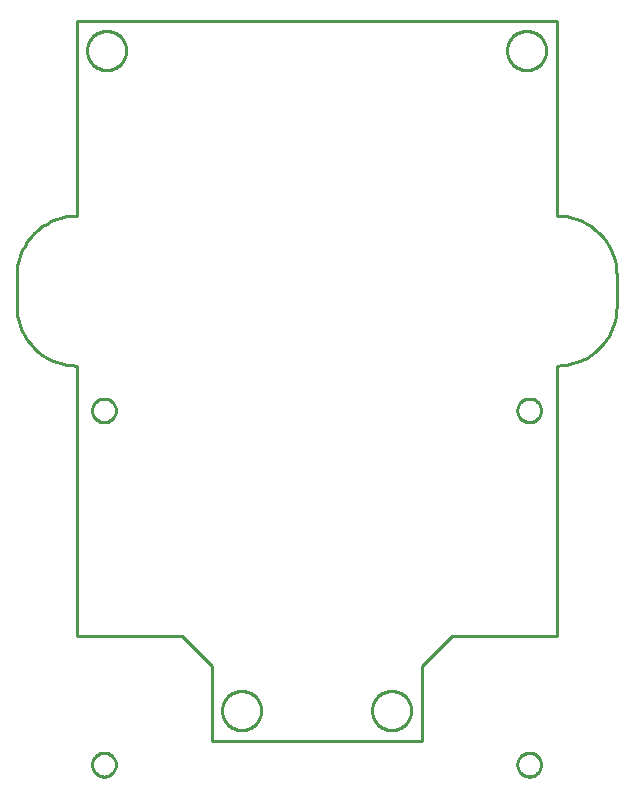
<source format=gbr>
G04 EAGLE Gerber RS-274X export*
G75*
%MOMM*%
%FSLAX34Y34*%
%LPD*%
%IN*%
%IPPOS*%
%AMOC8*
5,1,8,0,0,1.08239X$1,22.5*%
G01*
%ADD10C,0.254000*%


D10*
X0Y368300D02*
X193Y363873D01*
X772Y359479D01*
X1731Y355152D01*
X3064Y350925D01*
X4760Y346831D01*
X6806Y342900D01*
X9187Y339162D01*
X11885Y335646D01*
X14879Y332379D01*
X18146Y329385D01*
X21662Y326687D01*
X25400Y324306D01*
X29331Y322260D01*
X33425Y320564D01*
X37652Y319231D01*
X41979Y318272D01*
X46373Y317693D01*
X50800Y317500D01*
X50800Y88900D01*
X139700Y88900D01*
X165100Y63500D01*
X165100Y0D01*
X342900Y0D01*
X342900Y63500D01*
X368300Y88900D01*
X457200Y88900D01*
X457200Y317500D01*
X461628Y317693D01*
X466021Y318272D01*
X470348Y319231D01*
X474575Y320564D01*
X478669Y322260D01*
X482600Y324306D01*
X486338Y326687D01*
X489854Y329385D01*
X493121Y332379D01*
X496115Y335646D01*
X498813Y339162D01*
X501194Y342900D01*
X503240Y346831D01*
X504936Y350925D01*
X506269Y355152D01*
X507228Y359479D01*
X507807Y363873D01*
X508000Y368300D01*
X508000Y393700D01*
X507807Y398128D01*
X507228Y402521D01*
X506269Y406848D01*
X504936Y411075D01*
X503240Y415169D01*
X501194Y419100D01*
X498813Y422838D01*
X496115Y426354D01*
X493121Y429621D01*
X489854Y432615D01*
X486338Y435313D01*
X482600Y437694D01*
X478669Y439740D01*
X474575Y441436D01*
X470348Y442769D01*
X466021Y443728D01*
X461628Y444307D01*
X457200Y444500D01*
X457200Y609600D01*
X50800Y609600D01*
X50800Y444500D01*
X46373Y444307D01*
X41979Y443728D01*
X37652Y442769D01*
X33425Y441436D01*
X29331Y439740D01*
X25400Y437694D01*
X21662Y435313D01*
X18146Y432615D01*
X14879Y429621D01*
X11885Y426354D01*
X9187Y422838D01*
X6806Y419100D01*
X4760Y415169D01*
X3064Y411075D01*
X1731Y406848D01*
X772Y402521D01*
X193Y398128D01*
X0Y393700D01*
X0Y368300D01*
X92710Y583660D02*
X92639Y582581D01*
X92498Y581509D01*
X92287Y580449D01*
X92008Y579405D01*
X91660Y578381D01*
X91246Y577383D01*
X90768Y576413D01*
X90228Y575477D01*
X89627Y574578D01*
X88969Y573721D01*
X88257Y572908D01*
X87492Y572144D01*
X86679Y571431D01*
X85822Y570773D01*
X84923Y570172D01*
X83987Y569632D01*
X83017Y569154D01*
X82019Y568740D01*
X80995Y568392D01*
X79951Y568113D01*
X78891Y567902D01*
X77819Y567761D01*
X76740Y567690D01*
X75660Y567690D01*
X74581Y567761D01*
X73509Y567902D01*
X72449Y568113D01*
X71405Y568392D01*
X70381Y568740D01*
X69383Y569154D01*
X68413Y569632D01*
X67477Y570172D01*
X66578Y570773D01*
X65721Y571431D01*
X64908Y572144D01*
X64144Y572908D01*
X63431Y573721D01*
X62773Y574578D01*
X62172Y575477D01*
X61632Y576413D01*
X61154Y577383D01*
X60740Y578381D01*
X60392Y579405D01*
X60113Y580449D01*
X59902Y581509D01*
X59761Y582581D01*
X59690Y583660D01*
X59690Y584740D01*
X59761Y585819D01*
X59902Y586891D01*
X60113Y587951D01*
X60392Y588995D01*
X60740Y590019D01*
X61154Y591017D01*
X61632Y591987D01*
X62172Y592923D01*
X62773Y593822D01*
X63431Y594679D01*
X64144Y595492D01*
X64908Y596257D01*
X65721Y596969D01*
X66578Y597627D01*
X67477Y598228D01*
X68413Y598768D01*
X69383Y599246D01*
X70381Y599660D01*
X71405Y600008D01*
X72449Y600287D01*
X73509Y600498D01*
X74581Y600639D01*
X75660Y600710D01*
X76740Y600710D01*
X77819Y600639D01*
X78891Y600498D01*
X79951Y600287D01*
X80995Y600008D01*
X82019Y599660D01*
X83017Y599246D01*
X83987Y598768D01*
X84923Y598228D01*
X85822Y597627D01*
X86679Y596969D01*
X87492Y596257D01*
X88257Y595492D01*
X88969Y594679D01*
X89627Y593822D01*
X90228Y592923D01*
X90768Y591987D01*
X91246Y591017D01*
X91660Y590019D01*
X92008Y588995D01*
X92287Y587951D01*
X92498Y586891D01*
X92639Y585819D01*
X92710Y584740D01*
X92710Y583660D01*
X448310Y583660D02*
X448239Y582581D01*
X448098Y581509D01*
X447887Y580449D01*
X447608Y579405D01*
X447260Y578381D01*
X446846Y577383D01*
X446368Y576413D01*
X445828Y575477D01*
X445227Y574578D01*
X444569Y573721D01*
X443857Y572908D01*
X443092Y572144D01*
X442279Y571431D01*
X441422Y570773D01*
X440523Y570172D01*
X439587Y569632D01*
X438617Y569154D01*
X437619Y568740D01*
X436595Y568392D01*
X435551Y568113D01*
X434491Y567902D01*
X433419Y567761D01*
X432340Y567690D01*
X431260Y567690D01*
X430181Y567761D01*
X429109Y567902D01*
X428049Y568113D01*
X427005Y568392D01*
X425981Y568740D01*
X424983Y569154D01*
X424013Y569632D01*
X423077Y570172D01*
X422178Y570773D01*
X421321Y571431D01*
X420508Y572144D01*
X419744Y572908D01*
X419031Y573721D01*
X418373Y574578D01*
X417772Y575477D01*
X417232Y576413D01*
X416754Y577383D01*
X416340Y578381D01*
X415992Y579405D01*
X415713Y580449D01*
X415502Y581509D01*
X415361Y582581D01*
X415290Y583660D01*
X415290Y584740D01*
X415361Y585819D01*
X415502Y586891D01*
X415713Y587951D01*
X415992Y588995D01*
X416340Y590019D01*
X416754Y591017D01*
X417232Y591987D01*
X417772Y592923D01*
X418373Y593822D01*
X419031Y594679D01*
X419744Y595492D01*
X420508Y596257D01*
X421321Y596969D01*
X422178Y597627D01*
X423077Y598228D01*
X424013Y598768D01*
X424983Y599246D01*
X425981Y599660D01*
X427005Y600008D01*
X428049Y600287D01*
X429109Y600498D01*
X430181Y600639D01*
X431260Y600710D01*
X432340Y600710D01*
X433419Y600639D01*
X434491Y600498D01*
X435551Y600287D01*
X436595Y600008D01*
X437619Y599660D01*
X438617Y599246D01*
X439587Y598768D01*
X440523Y598228D01*
X441422Y597627D01*
X442279Y596969D01*
X443092Y596257D01*
X443857Y595492D01*
X444569Y594679D01*
X445227Y593822D01*
X445828Y592923D01*
X446368Y591987D01*
X446846Y591017D01*
X447260Y590019D01*
X447608Y588995D01*
X447887Y587951D01*
X448098Y586891D01*
X448239Y585819D01*
X448310Y584740D01*
X448310Y583660D01*
X444000Y279103D02*
X443924Y278234D01*
X443772Y277374D01*
X443546Y276530D01*
X443248Y275710D01*
X442879Y274918D01*
X442442Y274162D01*
X441941Y273447D01*
X441380Y272778D01*
X440762Y272160D01*
X440093Y271599D01*
X439378Y271098D01*
X438622Y270661D01*
X437830Y270292D01*
X437010Y269994D01*
X436166Y269768D01*
X435307Y269616D01*
X434437Y269540D01*
X433563Y269540D01*
X432694Y269616D01*
X431834Y269768D01*
X430990Y269994D01*
X430170Y270292D01*
X429378Y270661D01*
X428622Y271098D01*
X427907Y271599D01*
X427238Y272160D01*
X426620Y272778D01*
X426059Y273447D01*
X425558Y274162D01*
X425121Y274918D01*
X424752Y275710D01*
X424454Y276530D01*
X424228Y277374D01*
X424076Y278234D01*
X424000Y279103D01*
X424000Y279977D01*
X424076Y280847D01*
X424228Y281706D01*
X424454Y282550D01*
X424752Y283370D01*
X425121Y284162D01*
X425558Y284918D01*
X426059Y285633D01*
X426620Y286302D01*
X427238Y286920D01*
X427907Y287481D01*
X428622Y287982D01*
X429378Y288419D01*
X430170Y288788D01*
X430990Y289086D01*
X431834Y289312D01*
X432694Y289464D01*
X433563Y289540D01*
X434437Y289540D01*
X435307Y289464D01*
X436166Y289312D01*
X437010Y289086D01*
X437830Y288788D01*
X438622Y288419D01*
X439378Y287982D01*
X440093Y287481D01*
X440762Y286920D01*
X441380Y286302D01*
X441941Y285633D01*
X442442Y284918D01*
X442879Y284162D01*
X443248Y283370D01*
X443546Y282550D01*
X443772Y281706D01*
X443924Y280847D01*
X444000Y279977D01*
X444000Y279103D01*
X84000Y279103D02*
X83924Y278234D01*
X83772Y277374D01*
X83546Y276530D01*
X83248Y275710D01*
X82879Y274918D01*
X82442Y274162D01*
X81941Y273447D01*
X81380Y272778D01*
X80762Y272160D01*
X80093Y271599D01*
X79378Y271098D01*
X78622Y270661D01*
X77830Y270292D01*
X77010Y269994D01*
X76166Y269768D01*
X75307Y269616D01*
X74437Y269540D01*
X73563Y269540D01*
X72694Y269616D01*
X71834Y269768D01*
X70990Y269994D01*
X70170Y270292D01*
X69378Y270661D01*
X68622Y271098D01*
X67907Y271599D01*
X67238Y272160D01*
X66620Y272778D01*
X66059Y273447D01*
X65558Y274162D01*
X65121Y274918D01*
X64752Y275710D01*
X64454Y276530D01*
X64228Y277374D01*
X64076Y278234D01*
X64000Y279103D01*
X64000Y279977D01*
X64076Y280847D01*
X64228Y281706D01*
X64454Y282550D01*
X64752Y283370D01*
X65121Y284162D01*
X65558Y284918D01*
X66059Y285633D01*
X66620Y286302D01*
X67238Y286920D01*
X67907Y287481D01*
X68622Y287982D01*
X69378Y288419D01*
X70170Y288788D01*
X70990Y289086D01*
X71834Y289312D01*
X72694Y289464D01*
X73563Y289540D01*
X74437Y289540D01*
X75307Y289464D01*
X76166Y289312D01*
X77010Y289086D01*
X77830Y288788D01*
X78622Y288419D01*
X79378Y287982D01*
X80093Y287481D01*
X80762Y286920D01*
X81380Y286302D01*
X81941Y285633D01*
X82442Y284918D01*
X82879Y284162D01*
X83248Y283370D01*
X83546Y282550D01*
X83772Y281706D01*
X83924Y280847D01*
X84000Y279977D01*
X84000Y279103D01*
X84000Y-20897D02*
X83924Y-21767D01*
X83772Y-22626D01*
X83546Y-23470D01*
X83248Y-24290D01*
X82879Y-25082D01*
X82442Y-25838D01*
X81941Y-26553D01*
X81380Y-27222D01*
X80762Y-27840D01*
X80093Y-28401D01*
X79378Y-28902D01*
X78622Y-29339D01*
X77830Y-29708D01*
X77010Y-30006D01*
X76166Y-30232D01*
X75307Y-30384D01*
X74437Y-30460D01*
X73563Y-30460D01*
X72694Y-30384D01*
X71834Y-30232D01*
X70990Y-30006D01*
X70170Y-29708D01*
X69378Y-29339D01*
X68622Y-28902D01*
X67907Y-28401D01*
X67238Y-27840D01*
X66620Y-27222D01*
X66059Y-26553D01*
X65558Y-25838D01*
X65121Y-25082D01*
X64752Y-24290D01*
X64454Y-23470D01*
X64228Y-22626D01*
X64076Y-21767D01*
X64000Y-20897D01*
X64000Y-20023D01*
X64076Y-19154D01*
X64228Y-18294D01*
X64454Y-17450D01*
X64752Y-16630D01*
X65121Y-15838D01*
X65558Y-15082D01*
X66059Y-14367D01*
X66620Y-13698D01*
X67238Y-13080D01*
X67907Y-12519D01*
X68622Y-12018D01*
X69378Y-11581D01*
X70170Y-11212D01*
X70990Y-10914D01*
X71834Y-10688D01*
X72694Y-10536D01*
X73563Y-10460D01*
X74437Y-10460D01*
X75307Y-10536D01*
X76166Y-10688D01*
X77010Y-10914D01*
X77830Y-11212D01*
X78622Y-11581D01*
X79378Y-12018D01*
X80093Y-12519D01*
X80762Y-13080D01*
X81380Y-13698D01*
X81941Y-14367D01*
X82442Y-15082D01*
X82879Y-15838D01*
X83248Y-16630D01*
X83546Y-17450D01*
X83772Y-18294D01*
X83924Y-19154D01*
X84000Y-20023D01*
X84000Y-20897D01*
X444000Y-20897D02*
X443924Y-21767D01*
X443772Y-22626D01*
X443546Y-23470D01*
X443248Y-24290D01*
X442879Y-25082D01*
X442442Y-25838D01*
X441941Y-26553D01*
X441380Y-27222D01*
X440762Y-27840D01*
X440093Y-28401D01*
X439378Y-28902D01*
X438622Y-29339D01*
X437830Y-29708D01*
X437010Y-30006D01*
X436166Y-30232D01*
X435307Y-30384D01*
X434437Y-30460D01*
X433563Y-30460D01*
X432694Y-30384D01*
X431834Y-30232D01*
X430990Y-30006D01*
X430170Y-29708D01*
X429378Y-29339D01*
X428622Y-28902D01*
X427907Y-28401D01*
X427238Y-27840D01*
X426620Y-27222D01*
X426059Y-26553D01*
X425558Y-25838D01*
X425121Y-25082D01*
X424752Y-24290D01*
X424454Y-23470D01*
X424228Y-22626D01*
X424076Y-21767D01*
X424000Y-20897D01*
X424000Y-20023D01*
X424076Y-19154D01*
X424228Y-18294D01*
X424454Y-17450D01*
X424752Y-16630D01*
X425121Y-15838D01*
X425558Y-15082D01*
X426059Y-14367D01*
X426620Y-13698D01*
X427238Y-13080D01*
X427907Y-12519D01*
X428622Y-12018D01*
X429378Y-11581D01*
X430170Y-11212D01*
X430990Y-10914D01*
X431834Y-10688D01*
X432694Y-10536D01*
X433563Y-10460D01*
X434437Y-10460D01*
X435307Y-10536D01*
X436166Y-10688D01*
X437010Y-10914D01*
X437830Y-11212D01*
X438622Y-11581D01*
X439378Y-12018D01*
X440093Y-12519D01*
X440762Y-13080D01*
X441380Y-13698D01*
X441941Y-14367D01*
X442442Y-15082D01*
X442879Y-15838D01*
X443248Y-16630D01*
X443546Y-17450D01*
X443772Y-18294D01*
X443924Y-19154D01*
X444000Y-20023D01*
X444000Y-20897D01*
X207010Y24860D02*
X206939Y23781D01*
X206798Y22709D01*
X206587Y21649D01*
X206308Y20605D01*
X205960Y19581D01*
X205546Y18583D01*
X205068Y17613D01*
X204528Y16677D01*
X203927Y15778D01*
X203269Y14921D01*
X202557Y14108D01*
X201792Y13344D01*
X200979Y12631D01*
X200122Y11973D01*
X199223Y11372D01*
X198287Y10832D01*
X197317Y10354D01*
X196319Y9940D01*
X195295Y9592D01*
X194251Y9313D01*
X193191Y9102D01*
X192119Y8961D01*
X191040Y8890D01*
X189960Y8890D01*
X188881Y8961D01*
X187809Y9102D01*
X186749Y9313D01*
X185705Y9592D01*
X184681Y9940D01*
X183683Y10354D01*
X182713Y10832D01*
X181777Y11372D01*
X180878Y11973D01*
X180021Y12631D01*
X179208Y13344D01*
X178444Y14108D01*
X177731Y14921D01*
X177073Y15778D01*
X176472Y16677D01*
X175932Y17613D01*
X175454Y18583D01*
X175040Y19581D01*
X174692Y20605D01*
X174413Y21649D01*
X174202Y22709D01*
X174061Y23781D01*
X173990Y24860D01*
X173990Y25940D01*
X174061Y27019D01*
X174202Y28091D01*
X174413Y29151D01*
X174692Y30195D01*
X175040Y31219D01*
X175454Y32217D01*
X175932Y33187D01*
X176472Y34123D01*
X177073Y35022D01*
X177731Y35879D01*
X178444Y36692D01*
X179208Y37457D01*
X180021Y38169D01*
X180878Y38827D01*
X181777Y39428D01*
X182713Y39968D01*
X183683Y40446D01*
X184681Y40860D01*
X185705Y41208D01*
X186749Y41487D01*
X187809Y41698D01*
X188881Y41839D01*
X189960Y41910D01*
X191040Y41910D01*
X192119Y41839D01*
X193191Y41698D01*
X194251Y41487D01*
X195295Y41208D01*
X196319Y40860D01*
X197317Y40446D01*
X198287Y39968D01*
X199223Y39428D01*
X200122Y38827D01*
X200979Y38169D01*
X201792Y37457D01*
X202557Y36692D01*
X203269Y35879D01*
X203927Y35022D01*
X204528Y34123D01*
X205068Y33187D01*
X205546Y32217D01*
X205960Y31219D01*
X206308Y30195D01*
X206587Y29151D01*
X206798Y28091D01*
X206939Y27019D01*
X207010Y25940D01*
X207010Y24860D01*
X334010Y24860D02*
X333939Y23781D01*
X333798Y22709D01*
X333587Y21649D01*
X333308Y20605D01*
X332960Y19581D01*
X332546Y18583D01*
X332068Y17613D01*
X331528Y16677D01*
X330927Y15778D01*
X330269Y14921D01*
X329557Y14108D01*
X328792Y13344D01*
X327979Y12631D01*
X327122Y11973D01*
X326223Y11372D01*
X325287Y10832D01*
X324317Y10354D01*
X323319Y9940D01*
X322295Y9592D01*
X321251Y9313D01*
X320191Y9102D01*
X319119Y8961D01*
X318040Y8890D01*
X316960Y8890D01*
X315881Y8961D01*
X314809Y9102D01*
X313749Y9313D01*
X312705Y9592D01*
X311681Y9940D01*
X310683Y10354D01*
X309713Y10832D01*
X308777Y11372D01*
X307878Y11973D01*
X307021Y12631D01*
X306208Y13344D01*
X305444Y14108D01*
X304731Y14921D01*
X304073Y15778D01*
X303472Y16677D01*
X302932Y17613D01*
X302454Y18583D01*
X302040Y19581D01*
X301692Y20605D01*
X301413Y21649D01*
X301202Y22709D01*
X301061Y23781D01*
X300990Y24860D01*
X300990Y25940D01*
X301061Y27019D01*
X301202Y28091D01*
X301413Y29151D01*
X301692Y30195D01*
X302040Y31219D01*
X302454Y32217D01*
X302932Y33187D01*
X303472Y34123D01*
X304073Y35022D01*
X304731Y35879D01*
X305444Y36692D01*
X306208Y37457D01*
X307021Y38169D01*
X307878Y38827D01*
X308777Y39428D01*
X309713Y39968D01*
X310683Y40446D01*
X311681Y40860D01*
X312705Y41208D01*
X313749Y41487D01*
X314809Y41698D01*
X315881Y41839D01*
X316960Y41910D01*
X318040Y41910D01*
X319119Y41839D01*
X320191Y41698D01*
X321251Y41487D01*
X322295Y41208D01*
X323319Y40860D01*
X324317Y40446D01*
X325287Y39968D01*
X326223Y39428D01*
X327122Y38827D01*
X327979Y38169D01*
X328792Y37457D01*
X329557Y36692D01*
X330269Y35879D01*
X330927Y35022D01*
X331528Y34123D01*
X332068Y33187D01*
X332546Y32217D01*
X332960Y31219D01*
X333308Y30195D01*
X333587Y29151D01*
X333798Y28091D01*
X333939Y27019D01*
X334010Y25940D01*
X334010Y24860D01*
M02*

</source>
